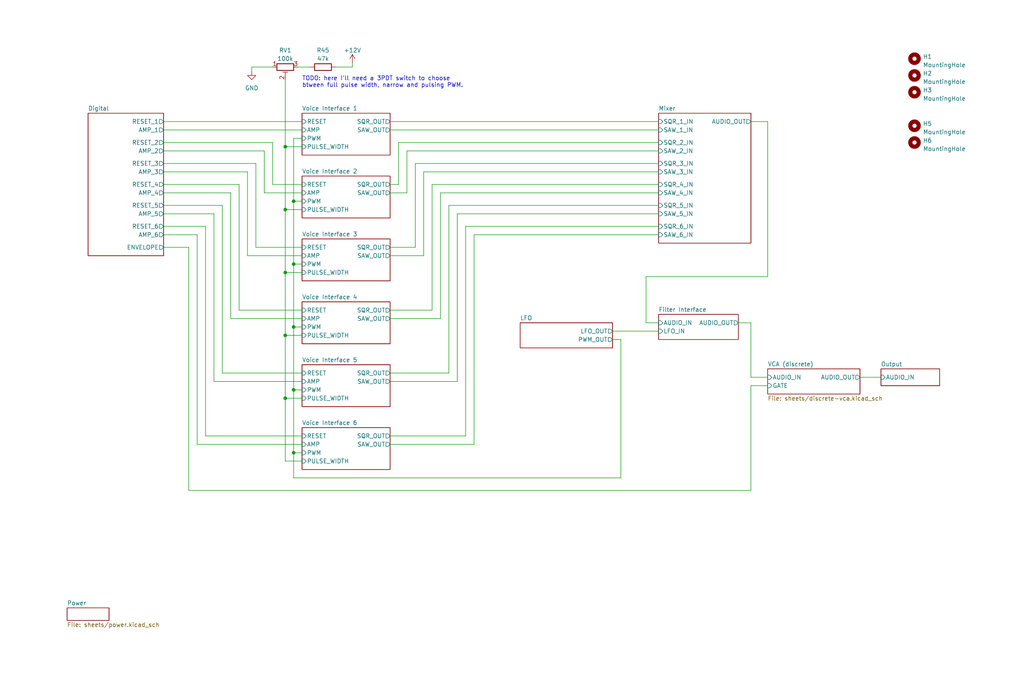
<source format=kicad_sch>
(kicad_sch (version 20230121) (generator eeschema)
  (paper "User" 310.007 210.007)
  (title_block (title "Brow — 6 voice paraphonic synth for Dr gLove") (date "2023-03-31") (company "Shmøergh") (comment 1 "All resistors are 1% except when noted"))
  (lib_symbols
    (symbol "Device:R" (pin_numbers hide) (pin_names (offset 0))
      (property "Reference" "R" (at 2.032 0 90))
      (property "Value" "R" (at 0 0 90))
      (symbol "R_0_1"
        (rectangle (start -1.016 -2.54) (end 1.016 2.54) (stroke (width 0.254)))
      )
      (symbol "R_1_1"
        (pin passive line (at 0 3.81 270) (length 1.27) (name "~") (number "1"))
        (pin passive line (at 0 -3.81 90) (length 1.27) (name "~") (number "2"))
      )
    )
    (symbol "Device:R_Potentiometer_Trim" (pin_names (offset 1.016) hide)
      (property "Reference" "RV" (at -4.445 0 90))
      (property "Value" "R_Potentiometer_Trim" (at -2.54 0 90))
      (symbol "R_Potentiometer_Trim_0_1"
        (polyline (pts (xy 1.524 0.762) (xy 1.524 -0.762)))
        (polyline (pts (xy 2.54 0) (xy 1.524 0)))
        (rectangle (start 1.016 2.54) (end -1.016 -2.54) (stroke (width 0.254)))
      )
      (symbol "R_Potentiometer_Trim_1_1"
        (pin passive line (at 0 3.81 270) (length 1.27) (name "1") (number "1"))
        (pin passive line (at 3.81 0 180) (length 1.27) (name "2") (number "2"))
        (pin passive line (at 0 -3.81 90) (length 1.27) (name "3") (number "3"))
      )
    )
    (symbol "Mechanical:MountingHole" (pin_names (offset 1.016))
      (property "Reference" "H" (at 0 5.08 0))
      (property "Value" "MountingHole" (at 0 3.175 0))
      (symbol "MountingHole_0_1"
        (circle (center 0 0) (radius 1.27) (stroke (width 1.27)))
      )
    )
    (symbol "power:+12V" (power) (pin_names (offset 0))
      (property "Value" "+12V" (at 0 3.556 0))
      (symbol "+12V_0_1"
        (polyline (pts (xy -0.762 1.27) (xy 0 2.54)))
        (polyline (pts (xy 0 0) (xy 0 2.54)))
        (polyline (pts (xy 0 2.54) (xy 0.762 1.27)))
      )
      (symbol "+12V_1_1"
        (pin power_in line (at 0 0 90) (length 0) hide (name "+12V") (number "1"))
      )
    )
    (symbol "power:GND" (power) (pin_names (offset 0))
      (property "Value" "GND" (at 0 -3.81 0))
      (symbol "GND_0_1"
        (polyline (pts (xy 0 0) (xy 0 -1.27) (xy 1.27 -1.27) (xy 0 -2.54) (xy -1.27 -1.27) (xy 0 -1.27)))
      )
      (symbol "GND_1_1"
        (pin power_in line (at 0 0 270) (length 0) hide (name "GND") (number "1"))
      )
    )
  )
  (junction (at 88.9 80.01))
  (junction (at 88.9 137.16))
  (junction (at 86.36 120.65))
  (junction (at 86.36 82.55))
  (junction (at 88.9 99.06))
  (junction (at 86.36 44.45))
  (junction (at 86.36 63.5))
  (junction (at 88.9 60.96))
  (junction (at 86.36 101.6))
  (junction (at 88.9 118.11))
  (wire (pts (xy 49.53 64.77) (xy 64.77 64.77)))
  (wire (pts (xy 118.11 96.52) (xy 133.35 96.52)))
  (wire (pts (xy 118.11 93.98) (xy 130.81 93.98)))
  (wire (pts (xy 143.51 71.12) (xy 199.39 71.12)))
  (wire (pts (xy 118.11 134.62) (xy 143.51 134.62)))
  (wire (pts (xy 86.36 139.7) (xy 91.44 139.7)))
  (wire (pts (xy 64.77 115.57) (xy 91.44 115.57)))
  (wire (pts (xy 88.9 60.96) (xy 88.9 80.01)))
  (wire (pts (xy 143.51 134.62) (xy 143.51 71.12)))
  (wire (pts (xy 128.27 52.07) (xy 199.39 52.07)))
  (wire (pts (xy 140.97 132.08) (xy 140.97 68.58)))
  (wire (pts (xy 62.23 68.58) (xy 62.23 132.08)))
  (wire (pts (xy 77.47 74.93) (xy 91.44 74.93)))
  (wire (pts (xy 49.53 52.07) (xy 74.93 52.07)))
  (wire (pts (xy 130.81 93.98) (xy 130.81 55.88)))
  (wire (pts (xy 86.36 24.13) (xy 86.36 44.45)))
  (wire (pts (xy 88.9 60.96) (xy 91.44 60.96)))
  (wire (pts (xy 125.73 49.53) (xy 199.39 49.53)))
  (wire (pts (xy 82.55 55.88) (xy 91.44 55.88)))
  (wire (pts (xy 59.69 134.62) (xy 91.44 134.62)))
  (wire (pts (xy 49.53 39.37) (xy 91.44 39.37)))
  (wire (pts (xy 88.9 80.01) (xy 88.9 99.06)))
  (wire (pts (xy 140.97 68.58) (xy 199.39 68.58)))
  (wire (pts (xy 67.31 62.23) (xy 67.31 113.03)))
  (wire (pts (xy 118.11 77.47) (xy 128.27 77.47)))
  (wire (pts (xy 59.69 71.12) (xy 59.69 134.62)))
  (wire (pts (xy 123.19 58.42) (xy 123.19 45.72)))
  (wire (pts (xy 135.89 62.23) (xy 199.39 62.23)))
  (wire (pts (xy 49.53 58.42) (xy 69.85 58.42)))
  (wire (pts (xy 49.53 71.12) (xy 59.69 71.12)))
  (wire (pts (xy 57.15 148.59) (xy 227.33 148.59)))
  (wire (pts (xy 77.47 49.53) (xy 77.47 74.93)))
  (wire (pts (xy 138.43 115.57) (xy 138.43 64.77)))
  (wire (pts (xy 223.52 97.79) (xy 227.33 97.79)))
  (wire (pts (xy 227.33 114.3) (xy 232.41 114.3)))
  (wire (pts (xy 76.2 20.32) (xy 82.55 20.32)))
  (wire (pts (xy 49.53 43.18) (xy 82.55 43.18)))
  (wire (pts (xy 86.36 44.45) (xy 86.36 63.5)))
  (wire (pts (xy 232.41 36.83) (xy 232.41 83.82)))
  (wire (pts (xy 86.36 63.5) (xy 91.44 63.5)))
  (wire (pts (xy 128.27 77.47) (xy 128.27 52.07)))
  (wire (pts (xy 88.9 137.16) (xy 91.44 137.16)))
  (wire (pts (xy 118.11 36.83) (xy 199.39 36.83)))
  (wire (pts (xy 72.39 93.98) (xy 91.44 93.98)))
  (wire (pts (xy 67.31 113.03) (xy 91.44 113.03)))
  (wire (pts (xy 227.33 148.59) (xy 227.33 116.84)))
  (wire (pts (xy 72.39 55.88) (xy 72.39 93.98)))
  (wire (pts (xy 185.42 102.87) (xy 187.96 102.87)))
  (wire (pts (xy 49.53 45.72) (xy 80.01 45.72)))
  (wire (pts (xy 80.01 58.42) (xy 91.44 58.42)))
  (wire (pts (xy 49.53 55.88) (xy 72.39 55.88)))
  (wire (pts (xy 86.36 120.65) (xy 86.36 139.7)))
  (wire (pts (xy 123.19 45.72) (xy 199.39 45.72)))
  (wire (pts (xy 195.58 97.79) (xy 199.39 97.79)))
  (wire (pts (xy 118.11 113.03) (xy 135.89 113.03)))
  (wire (pts (xy 64.77 64.77) (xy 64.77 115.57)))
  (wire (pts (xy 125.73 74.93) (xy 125.73 49.53)))
  (wire (pts (xy 195.58 83.82) (xy 195.58 97.79)))
  (wire (pts (xy 133.35 96.52) (xy 133.35 58.42)))
  (wire (pts (xy 88.9 80.01) (xy 91.44 80.01)))
  (wire (pts (xy 187.96 144.78) (xy 88.9 144.78)))
  (wire (pts (xy 130.81 55.88) (xy 199.39 55.88)))
  (wire (pts (xy 260.35 114.3) (xy 266.7 114.3)))
  (wire (pts (xy 49.53 74.93) (xy 57.15 74.93)))
  (wire (pts (xy 74.93 52.07) (xy 74.93 77.47)))
  (wire (pts (xy 185.42 100.33) (xy 199.39 100.33)))
  (wire (pts (xy 88.9 118.11) (xy 88.9 137.16)))
  (wire (pts (xy 86.36 101.6) (xy 86.36 120.65)))
  (wire (pts (xy 49.53 68.58) (xy 62.23 68.58)))
  (wire (pts (xy 187.96 102.87) (xy 187.96 144.78)))
  (wire (pts (xy 133.35 58.42) (xy 199.39 58.42)))
  (wire (pts (xy 57.15 74.93) (xy 57.15 148.59)))
  (wire (pts (xy 86.36 63.5) (xy 86.36 82.55)))
  (wire (pts (xy 49.53 49.53) (xy 77.47 49.53)))
  (wire (pts (xy 118.11 115.57) (xy 138.43 115.57)))
  (wire (pts (xy 106.68 19.05) (xy 106.68 20.32)))
  (wire (pts (xy 86.36 44.45) (xy 91.44 44.45)))
  (wire (pts (xy 90.17 20.32) (xy 93.98 20.32)))
  (wire (pts (xy 120.65 55.88) (xy 120.65 43.18)))
  (wire (pts (xy 118.11 74.93) (xy 125.73 74.93)))
  (wire (pts (xy 118.11 39.37) (xy 199.39 39.37)))
  (wire (pts (xy 82.55 43.18) (xy 82.55 55.88)))
  (wire (pts (xy 69.85 58.42) (xy 69.85 96.52)))
  (wire (pts (xy 88.9 99.06) (xy 88.9 118.11)))
  (wire (pts (xy 49.53 36.83) (xy 91.44 36.83)))
  (wire (pts (xy 138.43 64.77) (xy 199.39 64.77)))
  (wire (pts (xy 88.9 118.11) (xy 91.44 118.11)))
  (wire (pts (xy 69.85 96.52) (xy 91.44 96.52)))
  (wire (pts (xy 76.2 21.59) (xy 76.2 20.32)))
  (wire (pts (xy 80.01 45.72) (xy 80.01 58.42)))
  (wire (pts (xy 88.9 99.06) (xy 91.44 99.06)))
  (wire (pts (xy 74.93 77.47) (xy 91.44 77.47)))
  (wire (pts (xy 227.33 97.79) (xy 227.33 114.3)))
  (wire (pts (xy 118.11 55.88) (xy 120.65 55.88)))
  (wire (pts (xy 118.11 132.08) (xy 140.97 132.08)))
  (wire (pts (xy 106.68 20.32) (xy 101.6 20.32)))
  (wire (pts (xy 62.23 132.08) (xy 91.44 132.08)))
  (wire (pts (xy 86.36 82.55) (xy 91.44 82.55)))
  (wire (pts (xy 88.9 41.91) (xy 88.9 60.96)))
  (wire (pts (xy 91.44 120.65) (xy 86.36 120.65)))
  (wire (pts (xy 88.9 144.78) (xy 88.9 137.16)))
  (wire (pts (xy 86.36 82.55) (xy 86.36 101.6)))
  (wire (pts (xy 232.41 83.82) (xy 195.58 83.82)))
  (wire (pts (xy 49.53 62.23) (xy 67.31 62.23)))
  (wire (pts (xy 88.9 41.91) (xy 91.44 41.91)))
  (wire (pts (xy 227.33 116.84) (xy 232.41 116.84)))
  (wire (pts (xy 227.33 36.83) (xy 232.41 36.83)))
  (wire (pts (xy 120.65 43.18) (xy 199.39 43.18)))
  (wire (pts (xy 135.89 113.03) (xy 135.89 62.23)))
  (wire (pts (xy 86.36 101.6) (xy 91.44 101.6)))
  (wire (pts (xy 118.11 58.42) (xy 123.19 58.42)))
  (text "TODO: here I'll need a 3PDT switch to choose\nbtween full pulse width, narrow and pulsing PWM." (at 91.44 26.67 0) (effects (font (size 1.27 1.27)) (justify left bottom)))
  (symbol (lib_id "Mechanical:MountingHole") (at 276.86 43.18 0) (unit 1)
    (property "Reference" "H6" (at 279.4 42.545 0) (effects (justify left)))
    (property "Value" "MountingHole" (at 279.4 45.085 0) (effects (justify left)))
    (property "Footprint" "MountingHole:MountingHole_3mm_Pad" (effects hide))
  )
  (symbol (lib_id "Device:R_Potentiometer_Trim") (at 86.36 20.32 90) (mirror x) (unit 1)
    (property "Reference" "RV1" (at 86.36 15.24 90))
    (property "Value" "100k" (at 86.36 17.78 90))
  )
  (symbol (lib_id "power:GND") (at 76.2 21.59 0) (unit 1)
    (property "Reference" "#PWR042" (effects hide))
    (property "Value" "GND" (at 76.2 26.67 0))
  )
  (symbol (lib_id "Mechanical:MountingHole") (at 276.86 38.1 0) (unit 1)
    (property "Reference" "H5" (at 279.4 37.465 0) (effects (justify left)))
    (property "Value" "MountingHole" (at 279.4 40.005 0) (effects (justify left)))
    (property "Footprint" "MountingHole:MountingHole_3mm_Pad" (effects hide))
  )
  (symbol (lib_id "Mechanical:MountingHole") (at 276.86 27.94 0) (unit 1)
    (property "Reference" "H3" (at 279.4 27.305 0) (effects (justify left)))
    (property "Value" "MountingHole" (at 279.4 29.845 0) (effects (justify left)))
    (property "Footprint" "MountingHole:MountingHole_3mm_Pad" (effects hide))
  )
  (symbol (lib_id "Device:R") (at 97.79 20.32 90) (unit 1)
    (property "Reference" "R45" (at 97.79 15.24 90))
    (property "Value" "47k" (at 97.79 17.78 90))
  )
  (symbol (lib_id "power:+12V") (at 106.68 19.05 0) (unit 1)
    (property "Reference" "#PWR094" (effects hide))
    (property "Value" "+12V" (at 106.68 15.24 0))
  )
  (symbol (lib_id "Mechanical:MountingHole") (at 276.86 17.78 0) (unit 1)
    (property "Reference" "H1" (at 279.4 17.145 0) (effects (justify left)))
    (property "Value" "MountingHole" (at 279.4 19.685 0) (effects (justify left)))
    (property "Footprint" "MountingHole:MountingHole_3mm_Pad" (effects hide))
  )
  (symbol (lib_id "Mechanical:MountingHole") (at 276.86 22.86 0) (unit 1)
    (property "Reference" "H2" (at 279.4 22.225 0) (effects (justify left)))
    (property "Value" "MountingHole" (at 279.4 24.765 0) (effects (justify left)))
    (property "Footprint" "MountingHole:MountingHole_3mm_Pad" (effects hide))
  )
  (sheet (at 157.48 97.79) (size 27.94 7.62) (stroke (width 0.1524))
    (property "Sheetname" "LFO" (at 157.48 97.0784 0) (effects (justify left bottom)))
    (property "Sheetfile" "sheets/lfo.kicad_sch" (effects hide))
    (pin "LFO_OUT" output (at 185.42 100.33 0))
    (pin "PWM_OUT" output (at 185.42 102.87 0))
  )
  (sheet (at 91.44 91.44) (size 26.67 12.7) (stroke (width 0.1524))
    (property "Sheetname" "Voice Interface 4" (at 91.44 90.7284 0) (effects (justify left bottom)))
    (property "Sheetfile" "sheets/voice-interface.kicad_sch" (effects hide))
    (pin "RESET" input (at 91.44 93.98 180))
    (pin "AMP" input (at 91.44 96.52 180))
    (pin "PWM" input (at 91.44 99.06 180))
    (pin "PULSE_WIDTH" input (at 91.44 101.6 180))
    (pin "SQR_OUT" output (at 118.11 93.98 0))
    (pin "SAW_OUT" output (at 118.11 96.52 0))
  )
  (sheet (at 20.32 184.15) (size 12.7 3.81) (stroke (width 0.1524))
    (property "Sheetname" "Power" (at 20.32 183.4384 0) (effects (justify left bottom)))
    (property "Sheetfile" "sheets/power.kicad_sch" (at 20.32 188.5446 0) (effects (justify left top)))
  )
  (sheet (at 266.7 111.76) (size 17.78 5.08) (stroke (width 0.1524))
    (property "Sheetname" "Output" (at 266.7 111.0484 0) (effects (justify left bottom)))
    (property "Sheetfile" "sheets/output.kicad_sch" (effects hide))
    (pin "AUDIO_IN" input (at 266.7 114.3 180))
  )
  (sheet (at 199.39 95.25) (size 24.13 7.62) (stroke (width 0.1524))
    (property "Sheetname" "Filter Interface" (at 199.39 94.5384 0) (effects (justify left bottom)))
    (property "Sheetfile" "sheets/filter-interface.kicad_sch" (effects hide))
    (pin "AUDIO_IN" input (at 199.39 97.79 180))
    (pin "AUDIO_OUT" output (at 223.52 97.79 0))
    (pin "LFO_IN" input (at 199.39 100.33 180))
  )
  (sheet (at 232.41 111.76) (size 27.94 7.62) (stroke (width 0.1524))
    (property "Sheetname" "VCA (discrete)" (at 232.41 111.0484 0) (effects (justify left bottom)))
    (property "Sheetfile" "sheets/discrete-vca.kicad_sch" (at 232.41 119.9646 0) (effects (justify left top)))
    (pin "GATE" input (at 232.41 116.84 180))
    (pin "AUDIO_IN" input (at 232.41 114.3 180))
    (pin "AUDIO_OUT" output (at 260.35 114.3 0))
  )
  (sheet (at 91.44 110.49) (size 26.67 12.7) (stroke (width 0.1524))
    (property "Sheetname" "Voice Interface 5" (at 91.44 109.7784 0) (effects (justify left bottom)))
    (property "Sheetfile" "sheets/voice-interface.kicad_sch" (effects hide))
    (pin "RESET" input (at 91.44 113.03 180))
    (pin "AMP" input (at 91.44 115.57 180))
    (pin "PWM" input (at 91.44 118.11 180))
    (pin "PULSE_WIDTH" input (at 91.44 120.65 180))
    (pin "SQR_OUT" output (at 118.11 113.03 0))
    (pin "SAW_OUT" output (at 118.11 115.57 0))
  )
  (sheet (at 91.44 72.39) (size 26.67 12.7) (stroke (width 0.1524))
    (property "Sheetname" "Voice Interface 3" (at 91.44 71.6784 0) (effects (justify left bottom)))
    (property "Sheetfile" "sheets/voice-interface.kicad_sch" (effects hide))
    (pin "RESET" input (at 91.44 74.93 180))
    (pin "AMP" input (at 91.44 77.47 180))
    (pin "PWM" input (at 91.44 80.01 180))
    (pin "PULSE_WIDTH" input (at 91.44 82.55 180))
    (pin "SQR_OUT" output (at 118.11 74.93 0))
    (pin "SAW_OUT" output (at 118.11 77.47 0))
  )
  (sheet (at 26.67 34.29) (size 22.86 43.18) (stroke (width 0.1524))
    (property "Sheetname" "Digital" (at 26.67 33.5784 0) (effects (justify left bottom)))
    (property "Sheetfile" "sheets/digital.kicad_sch" (effects hide))
    (pin "RESET_4" output (at 49.53 55.88 0))
    (pin "AMP_4" output (at 49.53 58.42 0))
    (pin "RESET_5" output (at 49.53 62.23 0))
    (pin "AMP_5" output (at 49.53 64.77 0))
    (pin "RESET_6" output (at 49.53 68.58 0))
    (pin "AMP_6" output (at 49.53 71.12 0))
    (pin "RESET_2" output (at 49.53 43.18 0))
    (pin "AMP_2" output (at 49.53 45.72 0))
    (pin "RESET_3" output (at 49.53 49.53 0))
    (pin "AMP_3" output (at 49.53 52.07 0))
    (pin "RESET_1" output (at 49.53 36.83 0))
    (pin "AMP_1" output (at 49.53 39.37 0))
    (pin "ENVELOPE" output (at 49.53 74.93 0))
  )
  (sheet (at 199.39 34.29) (size 27.94 39.37) (stroke (width 0.1524))
    (property "Sheetname" "Mixer" (at 199.39 33.5784 0) (effects (justify left bottom)))
    (property "Sheetfile" "sheets/mixer.kicad_sch" (effects hide))
    (pin "AUDIO_OUT" output (at 227.33 36.83 0))
    (pin "SQR_6_IN" input (at 199.39 68.58 180))
    (pin "SQR_4_IN" input (at 199.39 55.88 180))
    (pin "SQR_5_IN" input (at 199.39 62.23 180))
    (pin "SQR_3_IN" input (at 199.39 49.53 180))
    (pin "SQR_1_IN" input (at 199.39 36.83 180))
    (pin "SQR_2_IN" input (at 199.39 43.18 180))
    (pin "SAW_3_IN" input (at 199.39 52.07 180))
    (pin "SAW_2_IN" input (at 199.39 45.72 180))
    (pin "SAW_1_IN" input (at 199.39 39.37 180))
    (pin "SAW_5_IN" input (at 199.39 64.77 180))
    (pin "SAW_6_IN" input (at 199.39 71.12 180))
    (pin "SAW_4_IN" input (at 199.39 58.42 180))
  )
  (sheet (at 91.44 129.54) (size 26.67 12.7) (stroke (width 0.1524))
    (property "Sheetname" "Voice Interface 6" (at 91.44 128.8284 0) (effects (justify left bottom)))
    (property "Sheetfile" "sheets/voice-interface.kicad_sch" (effects hide))
    (pin "RESET" input (at 91.44 132.08 180))
    (pin "AMP" input (at 91.44 134.62 180))
    (pin "PWM" input (at 91.44 137.16 180))
    (pin "PULSE_WIDTH" input (at 91.44 139.7 180))
    (pin "SQR_OUT" output (at 118.11 132.08 0))
    (pin "SAW_OUT" output (at 118.11 134.62 0))
  )
  (sheet (at 91.44 53.34) (size 26.67 12.7) (stroke (width 0.1524))
    (property "Sheetname" "Voice Interface 2" (at 91.44 52.6284 0) (effects (justify left bottom)))
    (property "Sheetfile" "sheets/voice-interface.kicad_sch" (effects hide))
    (pin "AMP" input (at 91.44 58.42 180))
    (pin "PWM" input (at 91.44 60.96 180))
    (pin "PULSE_WIDTH" input (at 91.44 63.5 180))
    (pin "SQR_OUT" output (at 118.11 55.88 0))
    (pin "SAW_OUT" output (at 118.11 58.42 0))
    (pin "RESET" input (at 91.44 55.88 180))
  )
  (sheet (at 91.44 34.29) (size 26.67 12.7) (stroke (width 0.1524))
    (property "Sheetname" "Voice Interface 1" (at 91.44 33.5784 0) (effects (justify left bottom)))
    (property "Sheetfile" "sheets/voice-interface.kicad_sch" (effects hide))
    (pin "RESET" input (at 91.44 36.83 180))
    (pin "AMP" input (at 91.44 39.37 180))
    (pin "PWM" input (at 91.44 41.91 180))
    (pin "PULSE_WIDTH" input (at 91.44 44.45 180))
    (pin "SQR_OUT" output (at 118.11 36.83 0))
    (pin "SAW_OUT" output (at 118.11 39.37 0))
  )
)
</source>
